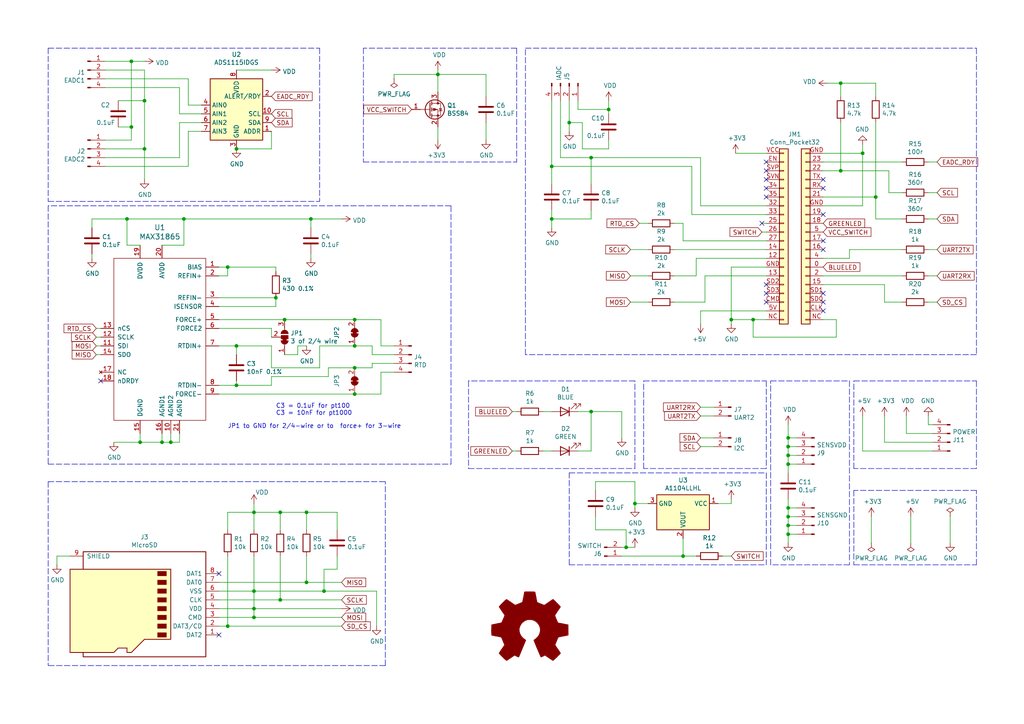
<source format=kicad_sch>
(kicad_sch (version 20211123) (generator eeschema)
  (paper "A4")
  (junction (at 73.66 148.59))
  (junction (at 254 57.15))
  (junction (at 40.64 128.27))
  (junction (at 181.61 158.75))
  (junction (at 243.84 24.13))
  (junction (at 81.28 173.99))
  (junction (at 41.91 43.18))
  (junction (at 228.6 129.54))
  (junction (at 68.58 111.76))
  (junction (at 38.1 17.78))
  (junction (at 176.53 31.75))
  (junction (at 228.6 149.86))
  (junction (at 73.66 171.45))
  (junction (at 41.91 29.21))
  (junction (at 212.09 92.71))
  (junction (at 102.87 114.3))
  (junction (at 66.04 77.47))
  (junction (at 243.84 49.53))
  (junction (at 46.99 128.27))
  (junction (at 49.53 128.27))
  (junction (at 165.1 35.56))
  (junction (at 228.6 147.32))
  (junction (at 82.55 92.71))
  (junction (at 93.98 171.45))
  (junction (at 228.6 127))
  (junction (at 171.45 119.38))
  (junction (at 102.87 106.68))
  (junction (at 68.58 100.33))
  (junction (at 88.9 168.91))
  (junction (at 102.87 92.71))
  (junction (at 127 21.59))
  (junction (at 228.6 154.94))
  (junction (at 81.28 148.59))
  (junction (at 102.87 100.33))
  (junction (at 160.02 63.5))
  (junction (at 160.02 48.26))
  (junction (at 250.19 44.45))
  (junction (at 68.58 43.18))
  (junction (at 228.6 134.62))
  (junction (at 73.66 176.53))
  (junction (at 218.44 92.71))
  (junction (at 228.6 152.4))
  (junction (at 38.1 36.83))
  (junction (at 73.66 179.07))
  (junction (at 36.83 63.5))
  (junction (at 53.34 63.5))
  (junction (at 90.17 63.5))
  (junction (at 80.01 86.36))
  (junction (at 184.15 146.05))
  (junction (at 171.45 45.72))
  (junction (at 228.6 132.08))
  (junction (at 66.04 181.61))
  (junction (at 198.12 161.29))
  (junction (at 88.9 148.59))
  (no_connect (at 222.25 82.55))
  (no_connect (at 220.98 64.77))
  (no_connect (at 238.76 87.63))
  (no_connect (at 222.25 57.15))
  (no_connect (at 238.76 69.85))
  (no_connect (at 238.76 52.07))
  (no_connect (at 222.25 52.07))
  (no_connect (at 238.76 62.23))
  (no_connect (at 222.25 49.53))
  (no_connect (at 238.76 72.39))
  (no_connect (at 222.25 85.09))
  (no_connect (at 238.76 90.17))
  (no_connect (at 63.5 166.37))
  (no_connect (at 222.25 87.63))
  (no_connect (at 222.25 46.99))
  (no_connect (at 63.5 184.15))
  (no_connect (at 238.76 85.09))
  (no_connect (at 29.21 110.49))
  (no_connect (at 222.25 54.61))
  (no_connect (at 238.76 54.61))
  (wire (pts (xy 73.66 179.07) (xy 99.06 179.07)))
  (wire (pts (xy 212.09 77.47) (xy 212.09 92.71)))
  (wire (pts (xy 54.61 38.1) (xy 58.42 38.1)))
  (wire (pts (xy 243.84 24.13) (xy 254 24.13)))
  (polyline (pts (xy 247.65 163.83) (xy 283.21 163.83)))
  (wire (pts (xy 41.91 29.21) (xy 41.91 43.18)))
  (wire (pts (xy 228.6 147.32) (xy 228.6 149.86)))
  (wire (pts (xy 46.99 71.12) (xy 53.34 71.12)))
  (wire (pts (xy 198.12 69.85) (xy 198.12 64.77)))
  (wire (pts (xy 203.2 59.69) (xy 222.25 59.69)))
  (wire (pts (xy 171.45 119.38) (xy 171.45 130.81)))
  (wire (pts (xy 86.36 100.33) (xy 88.9 100.33)))
  (wire (pts (xy 254 63.5) (xy 261.62 63.5)))
  (wire (pts (xy 165.1 38.1) (xy 165.1 35.56)))
  (polyline (pts (xy 135.89 110.49) (xy 135.89 135.89)))
  (wire (pts (xy 246.38 72.39) (xy 261.62 72.39)))
  (wire (pts (xy 54.61 22.86) (xy 54.61 30.48)))
  (wire (pts (xy 198.12 161.29) (xy 201.93 161.29)))
  (wire (pts (xy 195.58 87.63) (xy 204.47 87.63)))
  (wire (pts (xy 238.76 59.69) (xy 250.19 59.69)))
  (wire (pts (xy 52.07 25.4) (xy 52.07 33.02)))
  (wire (pts (xy 250.19 41.91) (xy 250.19 44.45)))
  (polyline (pts (xy 165.1 163.83) (xy 165.1 137.16)))
  (wire (pts (xy 243.84 35.56) (xy 243.84 49.53)))
  (wire (pts (xy 73.66 176.53) (xy 99.06 176.53)))
  (wire (pts (xy 46.99 128.27) (xy 49.53 128.27)))
  (wire (pts (xy 203.2 127) (xy 207.01 127)))
  (wire (pts (xy 228.6 129.54) (xy 231.14 129.54)))
  (wire (pts (xy 63.5 168.91) (xy 88.9 168.91)))
  (wire (pts (xy 41.91 17.78) (xy 38.1 17.78)))
  (polyline (pts (xy 247.65 142.24) (xy 247.65 163.83)))
  (wire (pts (xy 95.25 109.22) (xy 95.25 106.68)))
  (polyline (pts (xy 165.1 137.16) (xy 222.25 137.16)))
  (wire (pts (xy 102.87 100.33) (xy 107.95 100.33)))
  (wire (pts (xy 184.15 146.05) (xy 187.96 146.05)))
  (wire (pts (xy 26.67 66.04) (xy 26.67 63.5)))
  (wire (pts (xy 160.02 53.34) (xy 160.02 48.26)))
  (wire (pts (xy 114.3 22.86) (xy 114.3 21.59)))
  (wire (pts (xy 160.02 63.5) (xy 171.45 63.5)))
  (wire (pts (xy 254 35.56) (xy 254 57.15)))
  (wire (pts (xy 201.93 74.93) (xy 222.25 74.93)))
  (wire (pts (xy 49.53 128.27) (xy 52.07 128.27)))
  (wire (pts (xy 218.44 97.79) (xy 218.44 92.71)))
  (wire (pts (xy 167.64 119.38) (xy 171.45 119.38)))
  (polyline (pts (xy 283.21 163.83) (xy 283.21 142.24)))
  (wire (pts (xy 228.6 132.08) (xy 228.6 134.62)))
  (wire (pts (xy 262.89 120.65) (xy 262.89 125.73)))
  (wire (pts (xy 212.09 146.05) (xy 212.09 144.78)))
  (wire (pts (xy 107.95 106.68) (xy 107.95 105.41)))
  (wire (pts (xy 160.02 48.26) (xy 160.02 29.21)))
  (wire (pts (xy 102.87 106.68) (xy 107.95 106.68)))
  (wire (pts (xy 16.51 161.29) (xy 16.51 163.83)))
  (polyline (pts (xy 13.97 134.62) (xy 130.81 134.62)))
  (wire (pts (xy 63.5 171.45) (xy 73.66 171.45)))
  (wire (pts (xy 82.55 92.71) (xy 102.87 92.71)))
  (wire (pts (xy 171.45 53.34) (xy 171.45 45.72)))
  (wire (pts (xy 203.2 93.98) (xy 203.2 90.17)))
  (polyline (pts (xy 13.97 58.42) (xy 92.71 58.42)))
  (wire (pts (xy 66.04 148.59) (xy 66.04 153.67)))
  (wire (pts (xy 242.57 92.71) (xy 242.57 97.79)))
  (wire (pts (xy 66.04 181.61) (xy 99.06 181.61)))
  (wire (pts (xy 88.9 168.91) (xy 99.06 168.91)))
  (wire (pts (xy 36.83 63.5) (xy 53.34 63.5)))
  (wire (pts (xy 46.99 125.73) (xy 46.99 128.27)))
  (wire (pts (xy 110.49 107.95) (xy 114.3 107.95)))
  (wire (pts (xy 127 20.32) (xy 127 21.59)))
  (wire (pts (xy 68.58 100.33) (xy 68.58 102.87)))
  (wire (pts (xy 275.59 149.86) (xy 275.59 157.48)))
  (wire (pts (xy 200.66 62.23) (xy 222.25 62.23)))
  (polyline (pts (xy 283.21 110.49) (xy 283.21 135.89)))
  (wire (pts (xy 41.91 43.18) (xy 41.91 52.07)))
  (wire (pts (xy 168.91 43.18) (xy 176.53 43.18)))
  (wire (pts (xy 95.25 106.68) (xy 102.87 106.68)))
  (polyline (pts (xy 222.25 135.89) (xy 186.69 135.89)))
  (polyline (pts (xy 13.97 139.7) (xy 111.76 139.7)))
  (wire (pts (xy 187.96 80.01) (xy 182.88 80.01)))
  (wire (pts (xy 262.89 125.73) (xy 270.51 125.73)))
  (wire (pts (xy 127 21.59) (xy 127 26.67)))
  (wire (pts (xy 157.48 130.81) (xy 160.02 130.81)))
  (wire (pts (xy 203.2 90.17) (xy 222.25 90.17)))
  (wire (pts (xy 29.21 100.33) (xy 27.94 100.33)))
  (wire (pts (xy 243.84 24.13) (xy 243.84 27.94)))
  (wire (pts (xy 222.25 92.71) (xy 218.44 92.71)))
  (wire (pts (xy 66.04 80.01) (xy 63.5 80.01)))
  (wire (pts (xy 238.76 57.15) (xy 254 57.15)))
  (wire (pts (xy 165.1 35.56) (xy 168.91 35.56)))
  (wire (pts (xy 66.04 77.47) (xy 66.04 80.01)))
  (wire (pts (xy 212.09 92.71) (xy 212.09 93.98)))
  (wire (pts (xy 110.49 100.33) (xy 114.3 100.33)))
  (wire (pts (xy 257.81 49.53) (xy 257.81 55.88)))
  (wire (pts (xy 73.66 148.59) (xy 73.66 153.67)))
  (wire (pts (xy 110.49 92.71) (xy 110.49 100.33)))
  (wire (pts (xy 36.83 63.5) (xy 36.83 71.12)))
  (wire (pts (xy 33.02 128.27) (xy 40.64 128.27)))
  (polyline (pts (xy 186.69 135.89) (xy 186.69 110.49)))
  (wire (pts (xy 208.28 146.05) (xy 212.09 146.05)))
  (polyline (pts (xy 92.71 13.97) (xy 92.71 58.42)))
  (wire (pts (xy 228.6 123.19) (xy 228.6 127)))
  (polyline (pts (xy 135.89 135.89) (xy 184.15 135.89)))
  (wire (pts (xy 97.79 148.59) (xy 97.79 153.67)))
  (wire (pts (xy 66.04 148.59) (xy 73.66 148.59)))
  (wire (pts (xy 30.48 48.26) (xy 54.61 48.26)))
  (polyline (pts (xy 111.76 193.04) (xy 111.76 139.7)))
  (wire (pts (xy 176.53 43.18) (xy 176.53 40.64)))
  (wire (pts (xy 78.74 95.25) (xy 78.74 97.79)))
  (polyline (pts (xy 105.41 13.97) (xy 105.41 46.99)))
  (polyline (pts (xy 152.4 13.97) (xy 283.21 13.97)))
  (wire (pts (xy 63.5 111.76) (xy 68.58 111.76)))
  (wire (pts (xy 88.9 148.59) (xy 97.79 148.59)))
  (wire (pts (xy 269.24 46.99) (xy 271.78 46.99)))
  (wire (pts (xy 212.09 77.47) (xy 222.25 77.47)))
  (wire (pts (xy 73.66 146.05) (xy 73.66 148.59)))
  (polyline (pts (xy 149.86 13.97) (xy 149.86 46.99)))
  (wire (pts (xy 198.12 156.21) (xy 198.12 161.29)))
  (wire (pts (xy 181.61 153.67) (xy 181.61 158.75)))
  (wire (pts (xy 228.6 134.62) (xy 231.14 134.62)))
  (wire (pts (xy 212.09 161.29) (xy 209.55 161.29)))
  (wire (pts (xy 30.48 43.18) (xy 41.91 43.18)))
  (wire (pts (xy 26.67 74.93) (xy 26.67 73.66)))
  (wire (pts (xy 81.28 173.99) (xy 99.06 173.99)))
  (wire (pts (xy 271.78 87.63) (xy 269.24 87.63)))
  (wire (pts (xy 109.22 181.61) (xy 109.22 171.45)))
  (wire (pts (xy 140.97 35.56) (xy 140.97 40.64)))
  (wire (pts (xy 63.5 95.25) (xy 78.74 95.25)))
  (wire (pts (xy 256.54 128.27) (xy 270.51 128.27)))
  (wire (pts (xy 228.6 152.4) (xy 228.6 154.94)))
  (wire (pts (xy 93.98 165.1) (xy 93.98 171.45)))
  (wire (pts (xy 180.34 161.29) (xy 198.12 161.29)))
  (wire (pts (xy 176.53 31.75) (xy 176.53 29.21)))
  (wire (pts (xy 204.47 87.63) (xy 204.47 80.01)))
  (wire (pts (xy 38.1 40.64) (xy 30.48 40.64)))
  (wire (pts (xy 73.66 171.45) (xy 73.66 176.53)))
  (wire (pts (xy 182.88 87.63) (xy 187.96 87.63)))
  (polyline (pts (xy 184.15 135.89) (xy 184.15 110.49)))
  (wire (pts (xy 228.6 137.16) (xy 228.6 134.62)))
  (wire (pts (xy 228.6 132.08) (xy 231.14 132.08)))
  (wire (pts (xy 250.19 120.65) (xy 250.19 130.81)))
  (wire (pts (xy 207.01 120.65) (xy 203.2 120.65)))
  (wire (pts (xy 238.76 46.99) (xy 261.62 46.99)))
  (wire (pts (xy 78.74 43.18) (xy 68.58 43.18)))
  (wire (pts (xy 254 24.13) (xy 254 27.94)))
  (wire (pts (xy 243.84 24.13) (xy 240.03 24.13)))
  (wire (pts (xy 198.12 64.77) (xy 195.58 64.77)))
  (wire (pts (xy 73.66 171.45) (xy 93.98 171.45)))
  (wire (pts (xy 140.97 21.59) (xy 140.97 27.94)))
  (wire (pts (xy 52.07 35.56) (xy 58.42 35.56)))
  (wire (pts (xy 97.79 165.1) (xy 93.98 165.1)))
  (wire (pts (xy 256.54 120.65) (xy 256.54 128.27)))
  (wire (pts (xy 114.3 21.59) (xy 127 21.59)))
  (wire (pts (xy 238.76 44.45) (xy 250.19 44.45)))
  (wire (pts (xy 269.24 63.5) (xy 271.78 63.5)))
  (polyline (pts (xy 13.97 13.97) (xy 92.71 13.97)))
  (wire (pts (xy 231.14 149.86) (xy 228.6 149.86)))
  (wire (pts (xy 20.32 161.29) (xy 16.51 161.29)))
  (polyline (pts (xy 247.65 110.49) (xy 283.21 110.49)))
  (wire (pts (xy 63.5 86.36) (xy 80.01 86.36)))
  (wire (pts (xy 256.54 87.63) (xy 256.54 82.55)))
  (wire (pts (xy 201.93 80.01) (xy 201.93 74.93)))
  (wire (pts (xy 92.71 106.68) (xy 92.71 100.33)))
  (wire (pts (xy 78.74 100.33) (xy 78.74 106.68)))
  (wire (pts (xy 63.5 114.3) (xy 102.87 114.3)))
  (wire (pts (xy 99.06 63.5) (xy 90.17 63.5)))
  (wire (pts (xy 68.58 20.32) (xy 78.74 20.32)))
  (wire (pts (xy 184.15 158.75) (xy 181.61 158.75)))
  (wire (pts (xy 63.5 92.71) (xy 82.55 92.71)))
  (polyline (pts (xy 149.86 13.97) (xy 105.41 13.97)))
  (wire (pts (xy 86.36 102.87) (xy 86.36 100.33)))
  (wire (pts (xy 167.64 29.21) (xy 167.64 31.75)))
  (wire (pts (xy 257.81 55.88) (xy 261.62 55.88)))
  (wire (pts (xy 102.87 114.3) (xy 110.49 114.3)))
  (wire (pts (xy 80.01 88.9) (xy 63.5 88.9)))
  (wire (pts (xy 228.6 147.32) (xy 228.6 144.78)))
  (wire (pts (xy 81.28 161.29) (xy 81.28 173.99)))
  (wire (pts (xy 238.76 74.93) (xy 246.38 74.93)))
  (polyline (pts (xy 222.25 110.49) (xy 222.25 135.89)))
  (wire (pts (xy 68.58 100.33) (xy 78.74 100.33)))
  (wire (pts (xy 238.76 49.53) (xy 243.84 49.53)))
  (wire (pts (xy 40.64 125.73) (xy 40.64 128.27)))
  (wire (pts (xy 107.95 102.87) (xy 114.3 102.87)))
  (wire (pts (xy 81.28 148.59) (xy 88.9 148.59)))
  (wire (pts (xy 261.62 87.63) (xy 256.54 87.63)))
  (wire (pts (xy 78.74 109.22) (xy 95.25 109.22)))
  (wire (pts (xy 264.16 149.86) (xy 264.16 157.48)))
  (wire (pts (xy 30.48 22.86) (xy 54.61 22.86)))
  (wire (pts (xy 213.36 44.45) (xy 222.25 44.45)))
  (wire (pts (xy 34.29 36.83) (xy 38.1 36.83)))
  (wire (pts (xy 53.34 71.12) (xy 53.34 63.5)))
  (wire (pts (xy 269.24 120.65) (xy 269.24 123.19)))
  (wire (pts (xy 88.9 161.29) (xy 88.9 168.91)))
  (wire (pts (xy 162.56 45.72) (xy 162.56 29.21)))
  (wire (pts (xy 149.86 130.81) (xy 148.59 130.81)))
  (polyline (pts (xy 130.81 134.62) (xy 130.81 59.69)))
  (wire (pts (xy 212.09 92.71) (xy 218.44 92.71)))
  (wire (pts (xy 30.48 45.72) (xy 52.07 45.72)))
  (polyline (pts (xy 130.81 59.69) (xy 13.97 59.69)))
  (wire (pts (xy 172.72 149.86) (xy 172.72 153.67)))
  (polyline (pts (xy 223.52 110.49) (xy 246.38 110.49)))
  (wire (pts (xy 246.38 74.93) (xy 246.38 72.39)))
  (wire (pts (xy 90.17 74.93) (xy 90.17 73.66)))
  (wire (pts (xy 168.91 35.56) (xy 168.91 43.18)))
  (polyline (pts (xy 283.21 102.87) (xy 152.4 102.87)))
  (wire (pts (xy 228.6 154.94) (xy 231.14 154.94)))
  (wire (pts (xy 73.66 176.53) (xy 73.66 179.07)))
  (polyline (pts (xy 283.21 13.97) (xy 283.21 102.87)))
  (wire (pts (xy 63.5 181.61) (xy 66.04 181.61)))
  (wire (pts (xy 254 57.15) (xy 254 63.5)))
  (wire (pts (xy 63.5 176.53) (xy 73.66 176.53)))
  (wire (pts (xy 78.74 38.1) (xy 78.74 43.18)))
  (wire (pts (xy 238.76 92.71) (xy 242.57 92.71)))
  (polyline (pts (xy 105.41 46.99) (xy 149.86 46.99)))
  (wire (pts (xy 228.6 147.32) (xy 231.14 147.32)))
  (wire (pts (xy 27.94 95.25) (xy 29.21 95.25)))
  (wire (pts (xy 68.58 111.76) (xy 78.74 111.76)))
  (wire (pts (xy 157.48 119.38) (xy 160.02 119.38)))
  (wire (pts (xy 81.28 153.67) (xy 81.28 148.59)))
  (wire (pts (xy 107.95 105.41) (xy 114.3 105.41)))
  (polyline (pts (xy 223.52 163.83) (xy 223.52 110.49)))
  (wire (pts (xy 231.14 152.4) (xy 228.6 152.4)))
  (wire (pts (xy 228.6 154.94) (xy 228.6 157.48)))
  (wire (pts (xy 165.1 35.56) (xy 165.1 29.21)))
  (wire (pts (xy 73.66 161.29) (xy 73.66 171.45)))
  (wire (pts (xy 127 21.59) (xy 140.97 21.59)))
  (polyline (pts (xy 247.65 135.89) (xy 247.65 110.49)))
  (wire (pts (xy 107.95 100.33) (xy 107.95 102.87)))
  (wire (pts (xy 38.1 17.78) (xy 38.1 36.83)))
  (polyline (pts (xy 152.4 102.87) (xy 152.4 13.97)))
  (polyline (pts (xy 13.97 59.69) (xy 13.97 134.62)))
  (wire (pts (xy 54.61 30.48) (xy 58.42 30.48)))
  (polyline (pts (xy 283.21 142.24) (xy 247.65 142.24)))
  (wire (pts (xy 204.47 80.01) (xy 222.25 80.01)))
  (wire (pts (xy 66.04 161.29) (xy 66.04 181.61)))
  (polyline (pts (xy 13.97 13.97) (xy 13.97 58.42)))
  (wire (pts (xy 36.83 71.12) (xy 40.64 71.12)))
  (wire (pts (xy 185.42 64.77) (xy 187.96 64.77)))
  (polyline (pts (xy 165.1 163.83) (xy 222.25 163.83)))
  (wire (pts (xy 171.45 60.96) (xy 171.45 63.5)))
  (wire (pts (xy 228.6 127) (xy 228.6 129.54)))
  (wire (pts (xy 238.76 80.01) (xy 261.62 80.01)))
  (polyline (pts (xy 246.38 110.49) (xy 246.38 163.83)))
  (polyline (pts (xy 111.76 193.04) (xy 13.97 193.04)))
  (polyline (pts (xy 186.69 110.49) (xy 222.25 110.49)))
  (wire (pts (xy 78.74 106.68) (xy 92.71 106.68)))
  (wire (pts (xy 30.48 20.32) (xy 41.91 20.32)))
  (wire (pts (xy 27.94 97.79) (xy 29.21 97.79)))
  (wire (pts (xy 63.5 179.07) (xy 73.66 179.07)))
  (wire (pts (xy 80.01 77.47) (xy 80.01 78.74)))
  (wire (pts (xy 97.79 161.29) (xy 97.79 165.1)))
  (wire (pts (xy 34.29 29.21) (xy 41.91 29.21)))
  (wire (pts (xy 269.24 72.39) (xy 271.78 72.39)))
  (wire (pts (xy 41.91 20.32) (xy 41.91 29.21)))
  (wire (pts (xy 243.84 49.53) (xy 257.81 49.53)))
  (wire (pts (xy 49.53 125.73) (xy 49.53 128.27)))
  (wire (pts (xy 102.87 92.71) (xy 110.49 92.71)))
  (wire (pts (xy 93.98 171.45) (xy 109.22 171.45)))
  (wire (pts (xy 180.34 119.38) (xy 180.34 127)))
  (wire (pts (xy 252.73 149.86) (xy 252.73 157.48)))
  (wire (pts (xy 171.45 45.72) (xy 203.2 45.72)))
  (wire (pts (xy 63.5 100.33) (xy 68.58 100.33)))
  (wire (pts (xy 207.01 129.54) (xy 203.2 129.54)))
  (wire (pts (xy 80.01 86.36) (xy 80.01 88.9)))
  (wire (pts (xy 172.72 153.67) (xy 181.61 153.67)))
  (wire (pts (xy 160.02 63.5) (xy 160.02 66.04)))
  (polyline (pts (xy 13.97 139.7) (xy 13.97 193.04)))
  (wire (pts (xy 52.07 128.27) (xy 52.07 125.73)))
  (wire (pts (xy 184.15 139.7) (xy 172.72 139.7)))
  (wire (pts (xy 198.12 69.85) (xy 222.25 69.85)))
  (wire (pts (xy 220.98 64.77) (xy 222.25 64.77)))
  (wire (pts (xy 228.6 149.86) (xy 228.6 152.4)))
  (wire (pts (xy 184.15 146.05) (xy 184.15 139.7)))
  (wire (pts (xy 110.49 114.3) (xy 110.49 107.95)))
  (wire (pts (xy 250.19 59.69) (xy 250.19 44.45)))
  (wire (pts (xy 68.58 111.76) (xy 68.58 110.49)))
  (wire (pts (xy 269.24 123.19) (xy 270.51 123.19)))
  (wire (pts (xy 63.5 77.47) (xy 66.04 77.47)))
  (wire (pts (xy 203.2 45.72) (xy 203.2 59.69)))
  (wire (pts (xy 52.07 45.72) (xy 52.07 35.56)))
  (wire (pts (xy 242.57 97.79) (xy 218.44 97.79)))
  (wire (pts (xy 181.61 158.75) (xy 180.34 158.75)))
  (wire (pts (xy 182.88 72.39) (xy 187.96 72.39)))
  (wire (pts (xy 160.02 48.26) (xy 200.66 48.26)))
  (wire (pts (xy 160.02 60.96) (xy 160.02 63.5)))
  (wire (pts (xy 162.56 45.72) (xy 171.45 45.72)))
  (wire (pts (xy 195.58 72.39) (xy 222.25 72.39)))
  (wire (pts (xy 92.71 100.33) (xy 102.87 100.33)))
  (wire (pts (xy 149.86 119.38) (xy 148.59 119.38)))
  (wire (pts (xy 40.64 128.27) (xy 46.99 128.27)))
  (wire (pts (xy 269.24 55.88) (xy 271.78 55.88)))
  (wire (pts (xy 195.58 80.01) (xy 201.93 80.01)))
  (polyline (pts (xy 283.21 135.89) (xy 247.65 135.89)))
  (wire (pts (xy 27.94 102.87) (xy 29.21 102.87)))
  (polyline (pts (xy 184.15 110.49) (xy 135.89 110.49)))
  (wire (pts (xy 38.1 17.78) (xy 30.48 17.78)))
  (wire (pts (xy 228.6 127) (xy 231.14 127)))
  (wire (pts (xy 26.67 63.5) (xy 36.83 63.5)))
  (wire (pts (xy 220.98 67.31) (xy 222.25 67.31)))
  (wire (pts (xy 90.17 66.04) (xy 90.17 63.5)))
  (wire (pts (xy 172.72 139.7) (xy 172.72 142.24)))
  (polyline (pts (xy 246.38 163.83) (xy 223.52 163.83)))
  (wire (pts (xy 176.53 33.02) (xy 176.53 31.75)))
  (wire (pts (xy 52.07 33.02) (xy 58.42 33.02)))
  (wire (pts (xy 256.54 82.55) (xy 238.76 82.55)))
  (wire (pts (xy 127 36.83) (xy 127 40.64)))
  (wire (pts (xy 200.66 62.23) (xy 200.66 48.26)))
  (polyline (pts (xy 222.25 137.16) (xy 222.25 163.83)))
  (wire (pts (xy 228.6 129.54) (xy 228.6 132.08)))
  (wire (pts (xy 171.45 119.38) (xy 180.34 119.38)))
  (wire (pts (xy 167.64 130.81) (xy 171.45 130.81)))
  (wire (pts (xy 203.2 118.11) (xy 207.01 118.11)))
  (wire (pts (xy 66.04 77.47) (xy 80.01 77.47)))
  (wire (pts (xy 90.17 63.5) (xy 53.34 63.5)))
  (wire (pts (xy 73.66 148.59) (xy 81.28 148.59)))
  (wire (pts (xy 271.78 80.01) (xy 269.24 80.01)))
  (wire (pts (xy 88.9 148.59) (xy 88.9 153.67)))
  (wire (pts (xy 82.55 102.87) (xy 86.36 102.87)))
  (wire (pts (xy 78.74 111.76) (xy 78.74 109.22)))
  (wire (pts (xy 30.48 25.4) (xy 52.07 25.4)))
  (wire (pts (xy 63.5 173.99) (xy 81.28 173.99)))
  (wire (pts (xy 250.19 130.81) (xy 270.51 130.81)))
  (wire (pts (xy 184.15 146.05) (xy 184.15 147.32)))
  (wire (pts (xy 54.61 48.26) (xy 54.61 38.1)))
  (wire (pts (xy 167.64 31.75) (xy 176.53 31.75)))
  (wire (pts (xy 38.1 36.83) (xy 38.1 40.64)))
  (text "JP1 to GND for 2/4-wire or to  force+ for 3-wire" (at 66.04 124.46 0) (effects (font (size 1.27 1.27)) (justify left bottom)))
  (text "C3 = 0.1uF for pt100\nC3 = 10nF for pt1000" (at 80.01 120.65 0) (effects (font (size 1.27 1.27)) (justify left bottom)))
  (global_label "MOSI" (shape input) (at 182.88 87.63 180) (property "Обозначения листов" "${INTERSHEET_REFS}" (effects hide)))
  (global_label "GREENLED" (shape input) (at 238.76 64.77 0) (property "Обозначения листов" "${INTERSHEET_REFS}" (effects hide)))
  (global_label "SCLK" (shape input) (at 182.88 72.39 180) (property "Обозначения листов" "${INTERSHEET_REFS}" (effects hide)))
  (global_label "SCLK" (shape input) (at 27.94 97.79 180) (property "Обозначения листов" "${INTERSHEET_REFS}" (effects hide)))
  (global_label "MISO" (shape input) (at 27.94 102.87 180) (property "Обозначения листов" "${INTERSHEET_REFS}" (effects hide)))
  (global_label "SD_CS" (shape input) (at 271.78 87.63 0) (property "Обозначения листов" "${INTERSHEET_REFS}" (effects hide)))
  (global_label "MISO" (shape input) (at 99.06 168.91 0) (property "Обозначения листов" "${INTERSHEET_REFS}" (effects hide)))
  (global_label "VCC_SWITCH" (shape input) (at 119.38 31.75 180) (property "Обозначения листов" "${INTERSHEET_REFS}" (effects hide)))
  (global_label "SWITCH" (shape input) (at 220.98 67.31 180) (property "Обозначения листов" "${INTERSHEET_REFS}" (effects hide)))
  (global_label "UART2RX" (shape input) (at 271.78 80.01 0) (property "Обозначения листов" "${INTERSHEET_REFS}" (effects hide)))
  (global_label "SCLK" (shape input) (at 99.06 173.99 0) (property "Обозначения листов" "${INTERSHEET_REFS}" (effects hide)))
  (global_label "EADC_RDY" (shape input) (at 271.78 46.99 0) (property "Обозначения листов" "${INTERSHEET_REFS}" (effects hide)))
  (global_label "GREENLED" (shape input) (at 148.59 130.81 180) (property "Обозначения листов" "${INTERSHEET_REFS}" (effects hide)))
  (global_label "SDA" (shape input) (at 271.78 63.5 0) (property "Обозначения листов" "${INTERSHEET_REFS}" (effects hide)))
  (global_label "MISO" (shape input) (at 182.88 80.01 180) (property "Обозначения листов" "${INTERSHEET_REFS}" (effects hide)))
  (global_label "RTD_CS" (shape input) (at 185.42 64.77 180) (property "Обозначения листов" "${INTERSHEET_REFS}" (effects hide)))
  (global_label "UART2TX" (shape input) (at 271.78 72.39 0) (property "Обозначения листов" "${INTERSHEET_REFS}" (effects hide)))
  (global_label "SD_CS" (shape input) (at 99.06 181.61 0) (property "Обозначения листов" "${INTERSHEET_REFS}" (effects hide)))
  (global_label "SDA" (shape input) (at 78.74 35.56 0) (property "Обозначения листов" "${INTERSHEET_REFS}" (effects hide)))
  (global_label "SCL" (shape input) (at 78.74 33.02 0) (property "Обозначения листов" "${INTERSHEET_REFS}" (effects hide)))
  (global_label "VCC_SWITCH" (shape input) (at 238.76 67.31 0) (property "Обозначения листов" "${INTERSHEET_REFS}" (effects hide)))
  (global_label "EADC_RDY" (shape input) (at 78.74 27.94 0) (property "Обозначения листов" "${INTERSHEET_REFS}" (effects hide)))
  (global_label "MOSI" (shape input) (at 99.06 179.07 0) (property "Обозначения листов" "${INTERSHEET_REFS}" (effects hide)))
  (global_label "SWITCH" (shape input) (at 212.09 161.29 0) (property "Обозначения листов" "${INTERSHEET_REFS}" (effects hide)))
  (global_label "BLUELED" (shape input) (at 148.59 119.38 180) (property "Обозначения листов" "${INTERSHEET_REFS}" (effects hide)))
  (global_label "SCL" (shape input) (at 271.78 55.88 0) (property "Обозначения листов" "${INTERSHEET_REFS}" (effects hide)))
  (global_label "BLUELED" (shape input) (at 238.76 77.47 0) (property "Обозначения листов" "${INTERSHEET_REFS}" (effects hide)))
  (global_label "UART2TX" (shape input) (at 203.2 120.65 180) (property "Обозначения листов" "${INTERSHEET_REFS}" (effects hide)))
  (global_label "UART2RX" (shape input) (at 203.2 118.11 180) (property "Обозначения листов" "${INTERSHEET_REFS}" (effects hide)))
  (global_label "MOSI" (shape input) (at 27.94 100.33 180) (property "Обозначения листов" "${INTERSHEET_REFS}" (effects hide)))
  (global_label "SDA" (shape input) (at 203.2 127 180) (property "Обозначения листов" "${INTERSHEET_REFS}" (effects hide)))
  (global_label "RTD_CS" (shape input) (at 27.94 95.25 180) (property "Обозначения листов" "${INTERSHEET_REFS}" (effects hide)))
  (global_label "SCL" (shape input) (at 203.2 129.54 180) (property "Обозначения листов" "${INTERSHEET_REFS}" (effects hide)))
  (symbol (lib_id "sagitta-shield-rescue:Conn_Pocket32-Connector_Generic") (at 227.33 67.31 0) (unit 1)
    (property "Reference" "JM1" (at 230.505 38.9382 0))
    (property "Value" "Conn_Pocket32" (at 230.505 41.2496 0))
    (property "Footprint" "Sagitta:Pocket32" (effects hide))
  )
  (symbol (lib_id "Analog_ADC:ADS1115IDGS") (at 68.58 33.02 0) (unit 1)
    (property "Reference" "U2" (at 68.58 15.7988 0))
    (property "Value" "ADS1115IDGS" (at 68.58 18.1102 0))
    (property "Footprint" "Package_SO:TSSOP-10_3x3mm_P0.5mm" (effects hide))
    (property "Datasheet" "http://www.ti.com/lit/ds/symlink/ads1113.pdf" (effects hide))
  )
  (symbol (lib_id "power:GND") (at 68.58 43.18 0) (unit 1)
    (property "Reference" "#PWR06" (effects hide))
    (property "Value" "GND" (at 68.707 47.5742 0))
  )
  (symbol (lib_id "sagitta-shield-rescue:MAX31865-tinkerforge") (at 45.72 99.06 0) (unit 1)
    (property "Reference" "U1" (at 46.355 65.9638 0) (effects (font (size 1.524 1.524))))
    (property "Value" "MAX31865" (at 46.355 68.6562 0) (effects (font (size 1.524 1.524))))
    (property "Footprint" "Package_DFN_QFN:QFN-20-1EP_5x5mm_P0.65mm_EP3.35x3.35mm_ThermalVias" (effects hide))
  )
  (symbol (lib_id "power:GND") (at 250.19 41.91 180) (unit 1)
    (property "Reference" "#PWR030" (effects hide))
    (property "Value" "GND" (at 250.063 37.5158 0))
  )
  (symbol (lib_id "sagitta-shield-rescue:+3.3V-power") (at 213.36 44.45 0) (unit 1)
    (property "Reference" "#PWR026" (effects hide))
    (property "Value" "+3.3V" (at 213.741 40.0558 0))
  )
  (symbol (lib_id "Device:R") (at 243.84 31.75 0) (unit 1)
    (property "Reference" "R13" (at 245.618 30.5816 0) (effects (justify left)))
    (property "Value" "4.7k" (at 245.618 32.893 0) (effects (justify left)))
    (property "Footprint" "Resistor_SMD:R_0402_1005Metric_Pad0.72x0.64mm_HandSolder" (effects hide))
  )
  (symbol (lib_id "Device:R") (at 254 31.75 0) (unit 1)
    (property "Reference" "R14" (at 255.778 30.5816 0) (effects (justify left)))
    (property "Value" "4.7k" (at 255.778 32.893 0) (effects (justify left)))
    (property "Footprint" "Resistor_SMD:R_0402_1005Metric_Pad0.72x0.64mm_HandSolder" (effects hide))
  )
  (symbol (lib_id "power:GND") (at 33.02 128.27 0) (unit 1)
    (property "Reference" "#PWR03" (effects hide))
    (property "Value" "GND" (at 33.147 132.6642 0))
  )
  (symbol (lib_id "Device:C") (at 26.67 69.85 180) (unit 1)
    (property "Reference" "C1" (at 29.591 68.6816 0) (effects (justify right)))
    (property "Value" "0.1uF" (at 29.591 70.993 0) (effects (justify right)))
    (property "Footprint" "Capacitor_SMD:C_0402_1005Metric_Pad0.74x0.62mm_HandSolder" (effects hide))
  )
  (symbol (lib_id "Device:C") (at 90.17 69.85 180) (unit 1)
    (property "Reference" "C4" (at 93.091 68.6816 0) (effects (justify right)))
    (property "Value" "0.1uF" (at 93.091 70.993 0) (effects (justify right)))
    (property "Footprint" "Capacitor_SMD:C_0402_1005Metric_Pad0.74x0.62mm_HandSolder" (effects hide))
  )
  (symbol (lib_id "power:GND") (at 26.67 74.93 0) (unit 1)
    (property "Reference" "#PWR02" (effects hide))
    (property "Value" "GND" (at 26.797 79.3242 0))
  )
  (symbol (lib_id "power:GND") (at 90.17 74.93 0) (unit 1)
    (property "Reference" "#PWR010" (effects hide))
    (property "Value" "GND" (at 90.297 79.3242 0))
  )
  (symbol (lib_id "Device:R") (at 80.01 82.55 0) (unit 1)
    (property "Reference" "R3" (at 81.788 81.3816 0) (effects (justify left)))
    (property "Value" "430 0.1%" (at 81.788 83.693 0) (effects (justify left)))
    (property "Footprint" "Resistor_SMD:R_0603_1608Metric_Pad0.98x0.95mm_HandSolder" (effects hide))
  )
  (symbol (lib_id "Device:C") (at 68.58 106.68 0) (unit 1)
    (property "Reference" "C3" (at 71.501 105.5116 0) (effects (justify left)))
    (property "Value" "10nF 0.1%" (at 71.501 107.823 0) (effects (justify left)))
    (property "Footprint" "Capacitor_SMD:C_0603_1608Metric_Pad1.08x0.95mm_HandSolder" (effects hide))
  )
  (symbol (lib_id "sagitta-shield-rescue:SolderJumper_3_Bridged12-Jumper") (at 82.55 97.79 270) (mirror x) (unit 1)
    (property "Reference" "JP1" (at 84.2518 96.6216 90) (effects (justify left)))
    (property "Value" "3 of 2/4 wire" (at 84.2518 98.933 90) (effects (justify left)))
    (property "Footprint" "Jumper:SolderJumper-3_P1.3mm_Bridged12_RoundedPad1.0x1.5mm_NumberLabels" (effects hide))
  )
  (symbol (lib_id "power:GND") (at 88.9 100.33 0) (unit 1)
    (property "Reference" "#PWR09" (effects hide))
    (property "Value" "GND" (at 89.027 104.7242 0))
  )
  (symbol (lib_id "Jumper:SolderJumper_2_Bridged") (at 102.87 96.52 90) (unit 1)
    (property "Reference" "JP2" (at 97.663 96.52 0))
    (property "Value" " " (at 99.9744 96.52 0))
    (property "Footprint" "Jumper:SolderJumper-2_P1.3mm_Bridged_RoundedPad1.0x1.5mm" (effects hide))
  )
  (symbol (lib_id "Jumper:SolderJumper_2_Bridged") (at 102.87 110.49 90) (unit 1)
    (property "Reference" "JP3" (at 97.663 110.49 0))
    (property "Value" " " (at 99.9744 110.49 0))
    (property "Footprint" "Jumper:SolderJumper-2_P1.3mm_Bridged_RoundedPad1.0x1.5mm" (effects hide))
  )
  (symbol (lib_id "Connector:Conn_01x04_Male") (at 119.38 102.87 0) (mirror y) (unit 1)
    (property "Reference" "J4" (at 120.0658 103.5558 0) (effects (justify right)))
    (property "Value" "RTD" (at 120.0658 105.8672 0) (effects (justify right)))
    (property "Footprint" "Connector_PinHeader_2.54mm:PinHeader_1x04_P2.54mm_Vertical" (effects hide))
  )
  (symbol (lib_id "Connector:Conn_01x04_Male") (at 25.4 20.32 0) (unit 1)
    (property "Reference" "J1" (at 24.7142 21.0058 0) (effects (justify right)))
    (property "Value" "EADC1" (at 24.7142 23.3172 0) (effects (justify right)))
    (property "Footprint" "Connector_PinHeader_2.54mm:PinHeader_1x04_P2.54mm_Vertical" (effects hide))
  )
  (symbol (lib_id "Graphic:Logo_Open_Hardware_Large") (at 153.67 182.88 0) (unit 1)
    (property "Reference" "openhardwarelogo1" (effects hide))
    (property "Value" "Logo_Open_Hardware_Large" (effects hide))
    (property "Footprint" "Symbol:OSHW-Logo_5.7x6mm_SilkScreen" (effects hide))
  )
  (symbol (lib_id "Device:C") (at 171.45 57.15 180) (unit 1)
    (property "Reference" "C8" (at 174.371 55.9816 0) (effects (justify right)))
    (property "Value" "0.1uF" (at 174.371 58.293 0) (effects (justify right)))
    (property "Footprint" "Capacitor_SMD:C_0402_1005Metric_Pad0.74x0.62mm_HandSolder" (effects hide))
  )
  (symbol (lib_id "Device:C") (at 160.02 57.15 180) (unit 1)
    (property "Reference" "C7" (at 162.941 55.9816 0) (effects (justify right)))
    (property "Value" "0.1uF" (at 162.941 58.293 0) (effects (justify right)))
    (property "Footprint" "Capacitor_SMD:C_0402_1005Metric_Pad0.74x0.62mm_HandSolder" (effects hide))
  )
  (symbol (lib_id "Connector:Conn_01x02_Male") (at 212.09 118.11 0) (mirror y) (unit 1)
    (property "Reference" "J7" (at 212.8012 118.7958 0) (effects (justify right)))
    (property "Value" "UART2" (at 212.8012 121.1072 0) (effects (justify right)))
    (property "Footprint" "Connector_PinSocket_2.00mm:PinSocket_1x02_P2.00mm_Vertical" (effects hide))
  )
  (symbol (lib_id "power:GND") (at 212.09 93.98 0) (unit 1)
    (property "Reference" "#PWR024" (effects hide))
    (property "Value" "GND" (at 212.217 98.3742 0))
  )
  (symbol (lib_id "sagitta-shield-rescue:+3.3V-power") (at 256.54 120.65 0) (unit 1)
    (property "Reference" "#PWR033" (effects hide))
    (property "Value" "+3.3V" (at 256.921 116.2558 0))
  )
  (symbol (lib_id "power:GND") (at 269.24 120.65 180) (unit 1)
    (property "Reference" "#PWR036" (effects hide))
    (property "Value" "GND" (at 269.113 116.2558 0))
  )
  (symbol (lib_id "power:+5V") (at 250.19 120.65 0) (unit 1)
    (property "Reference" "#PWR031" (effects hide))
    (property "Value" "+5V" (at 250.571 116.2558 0))
  )
  (symbol (lib_id "power:+5V") (at 203.2 93.98 180) (unit 1)
    (property "Reference" "#PWR023" (effects hide))
    (property "Value" "+5V" (at 202.819 98.3742 0))
  )
  (symbol (lib_id "power:PWR_FLAG") (at 275.59 149.86 0) (unit 1)
    (property "Reference" "#FLG04" (effects hide))
    (property "Value" "PWR_FLAG" (at 275.59 145.4404 0))
  )
  (symbol (lib_id "power:GND") (at 275.59 157.48 0) (unit 1)
    (property "Reference" "#PWR037" (effects hide))
    (property "Value" "GND" (at 275.717 161.8742 0))
  )
  (symbol (lib_id "power:PWR_FLAG") (at 264.16 157.48 0) (mirror x) (unit 1)
    (property "Reference" "#FLG03" (effects hide))
    (property "Value" "PWR_FLAG" (at 264.16 161.8996 0))
  )
  (symbol (lib_id "power:PWR_FLAG") (at 252.73 157.48 0) (mirror x) (unit 1)
    (property "Reference" "#FLG02" (effects hide))
    (property "Value" "PWR_FLAG" (at 252.73 161.8996 0))
  )
  (symbol (lib_id "sagitta-shield-rescue:+3.3V-power") (at 252.73 149.86 0) (unit 1)
    (property "Reference" "#PWR032" (effects hide))
    (property "Value" "+3.3V" (at 253.111 145.4658 0))
  )
  (symbol (lib_id "power:+5V") (at 264.16 149.86 0) (unit 1)
    (property "Reference" "#PWR035" (effects hide))
    (property "Value" "+5V" (at 264.541 145.4658 0))
  )
  (symbol (lib_id "Connector:Conn_01x02_Male") (at 212.09 127 0) (mirror y) (unit 1)
    (property "Reference" "J8" (at 212.8012 127.6858 0) (effects (justify right)))
    (property "Value" "I2C" (at 212.8012 129.9972 0) (effects (justify right)))
    (property "Footprint" "Connector_PinSocket_2.00mm:PinSocket_1x02_P2.00mm_Vertical" (effects hide))
  )
  (symbol (lib_id "Device:R") (at 191.77 72.39 90) (unit 1)
    (property "Reference" "R9" (at 191.77 67.1322 90))
    (property "Value" "2k" (at 191.77 69.4436 90))
    (property "Footprint" "Resistor_SMD:R_0402_1005Metric_Pad0.72x0.64mm_HandSolder" (effects hide))
  )
  (symbol (lib_id "Device:R") (at 191.77 80.01 90) (unit 1)
    (property "Reference" "R10" (at 191.77 74.7522 90))
    (property "Value" "2k" (at 191.77 77.0636 90))
    (property "Footprint" "Resistor_SMD:R_0402_1005Metric_Pad0.72x0.64mm_HandSolder" (effects hide))
  )
  (symbol (lib_id "Device:R") (at 191.77 87.63 90) (unit 1)
    (property "Reference" "R11" (at 191.77 82.3722 90))
    (property "Value" "2k" (at 191.77 84.6836 90))
    (property "Footprint" "Resistor_SMD:R_0402_1005Metric_Pad0.72x0.64mm_HandSolder" (effects hide))
  )
  (symbol (lib_id "Device:R") (at 265.43 55.88 90) (unit 1)
    (property "Reference" "R16" (at 265.43 50.6222 90))
    (property "Value" "360r" (at 265.43 52.9336 90))
    (property "Footprint" "Resistor_SMD:R_0402_1005Metric_Pad0.72x0.64mm_HandSolder" (effects hide))
  )
  (symbol (lib_id "Device:R") (at 265.43 63.5 90) (unit 1)
    (property "Reference" "R17" (at 265.43 58.2422 90))
    (property "Value" "360r" (at 265.43 60.5536 90))
    (property "Footprint" "Resistor_SMD:R_0402_1005Metric_Pad0.72x0.64mm_HandSolder" (effects hide))
  )
  (symbol (lib_id "Device:R") (at 265.43 72.39 90) (unit 1)
    (property "Reference" "R18" (at 265.43 67.1322 90))
    (property "Value" "1k" (at 265.43 69.4436 90))
    (property "Footprint" "Resistor_SMD:R_0402_1005Metric_Pad0.72x0.64mm_HandSolder" (effects hide))
  )
  (symbol (lib_id "Device:R") (at 265.43 80.01 90) (unit 1)
    (property "Reference" "R19" (at 265.43 74.7522 90))
    (property "Value" "1k" (at 265.43 77.0636 90))
    (property "Footprint" "Resistor_SMD:R_0402_1005Metric_Pad0.72x0.64mm_HandSolder" (effects hide))
  )
  (symbol (lib_id "Device:R") (at 265.43 46.99 90) (unit 1)
    (property "Reference" "R15" (at 265.43 41.7322 90))
    (property "Value" "100r" (at 265.43 44.0436 90))
    (property "Footprint" "Resistor_SMD:R_0402_1005Metric_Pad0.72x0.64mm_HandSolder" (effects hide))
  )
  (symbol (lib_id "Transistor_FET:BSS84") (at 124.46 31.75 0) (unit 1)
    (property "Reference" "Q1" (at 129.667 30.5816 0) (effects (justify left)))
    (property "Value" "BSS84" (at 129.667 32.893 0) (effects (justify left)))
    (property "Footprint" "Package_TO_SOT_SMD:SOT-23" (effects hide))
    (property "Datasheet" "http://assets.nexperia.com/documents/data-sheet/BSS84.pdf" (effects hide))
  )
  (symbol (lib_id "sagitta-shield-rescue:+3.3V-power") (at 127 40.64 180) (unit 1)
    (property "Reference" "#PWR015" (effects hide))
    (property "Value" "+3.3V" (at 126.619 45.0342 0))
  )
  (symbol (lib_id "Connector:Micro_SD_Card") (at 40.64 176.53 180) (unit 1)
    (property "Reference" "J3" (at 41.91 155.7782 0))
    (property "Value" "MicroSD" (at 41.91 158.0896 0))
    (property "Footprint" "Connector_Card:microSD_HC_Hirose_DM3AT-SF-PEJM5" (effects hide))
    (property "Datasheet" "http://katalog.we-online.de/em/datasheet/693072010801.pdf" (effects hide))
  )
  (symbol (lib_id "power:GND") (at 16.51 163.83 0) (unit 1)
    (property "Reference" "#PWR01" (effects hide))
    (property "Value" "GND" (at 16.637 168.2242 0))
  )
  (symbol (lib_id "power:GND") (at 109.22 181.61 0) (unit 1)
    (property "Reference" "#PWR013" (effects hide))
    (property "Value" "GND" (at 109.347 186.0042 0))
  )
  (symbol (lib_id "Device:R") (at 66.04 157.48 0) (unit 1)
    (property "Reference" "R1" (at 67.818 156.3116 0) (effects (justify left)))
    (property "Value" "10k" (at 67.818 158.623 0) (effects (justify left)))
    (property "Footprint" "Resistor_SMD:R_0402_1005Metric_Pad0.72x0.64mm_HandSolder" (effects hide))
  )
  (symbol (lib_id "Device:R") (at 73.66 157.48 0) (unit 1)
    (property "Reference" "R2" (at 75.438 156.3116 0) (effects (justify left)))
    (property "Value" "10k" (at 75.438 158.623 0) (effects (justify left)))
    (property "Footprint" "Resistor_SMD:R_0402_1005Metric_Pad0.72x0.64mm_HandSolder" (effects hide))
  )
  (symbol (lib_id "Device:R") (at 81.28 157.48 0) (unit 1)
    (property "Reference" "R4" (at 83.058 156.3116 0) (effects (justify left)))
    (property "Value" "10k" (at 83.058 158.623 0) (effects (justify left)))
    (property "Footprint" "Resistor_SMD:R_0402_1005Metric_Pad0.72x0.64mm_HandSolder" (effects hide))
  )
  (symbol (lib_id "Device:R") (at 88.9 157.48 0) (unit 1)
    (property "Reference" "R5" (at 90.678 156.3116 0) (effects (justify left)))
    (property "Value" "10k" (at 90.678 158.623 0) (effects (justify left)))
    (property "Footprint" "Resistor_SMD:R_0402_1005Metric_Pad0.72x0.64mm_HandSolder" (effects hide))
  )
  (symbol (lib_id "power:VDD") (at 99.06 176.53 270) (unit 1)
    (property "Reference" "#PWR012" (effects hide))
    (property "Value" "VDD" (at 102.3112 176.9618 90) (effects (justify left)))
  )
  (symbol (lib_id "Device:LED") (at 163.83 119.38 180) (unit 1)
    (property "Reference" "D1" (at 164.0332 112.903 0))
    (property "Value" "BLUE" (at 164.0332 115.2144 0))
    (property "Footprint" "LED_SMD:LED_0603_1608Metric_Pad1.05x0.95mm_HandSolder" (effects hide))
  )
  (symbol (lib_id "Device:LED") (at 163.83 130.81 180) (unit 1)
    (property "Reference" "D2" (at 164.0332 124.333 0))
    (property "Value" "GREEN" (at 164.0332 126.6444 0))
    (property "Footprint" "LED_SMD:LED_0603_1608Metric_Pad1.05x0.95mm_HandSolder" (effects hide))
  )
  (symbol (lib_id "Device:R") (at 153.67 119.38 270) (unit 1)
    (property "Reference" "R6" (at 153.67 114.1222 90))
    (property "Value" "1k" (at 153.67 116.4336 90))
    (property "Footprint" "Resistor_SMD:R_0402_1005Metric_Pad0.72x0.64mm_HandSolder" (effects hide))
  )
  (symbol (lib_id "Device:R") (at 153.67 130.81 270) (unit 1)
    (property "Reference" "R7" (at 153.67 125.5522 90))
    (property "Value" "1k" (at 153.67 127.8636 90))
    (property "Footprint" "Resistor_SMD:R_0402_1005Metric_Pad0.72x0.64mm_HandSolder" (effects hide))
  )
  (symbol (lib_id "power:GND") (at 180.34 127 0) (unit 1)
    (property "Reference" "#PWR020" (effects hide))
    (property "Value" "GND" (at 180.467 131.3942 0))
  )
  (symbol (lib_id "Device:R") (at 205.74 161.29 90) (unit 1)
    (property "Reference" "R12" (at 205.74 156.0322 90))
    (property "Value" "1k" (at 205.74 158.3436 90))
    (property "Footprint" "Resistor_SMD:R_0402_1005Metric_Pad0.72x0.64mm_HandSolder" (effects hide))
  )
  (symbol (lib_id "sagitta-shield-rescue:+3.3V-power") (at 212.09 144.78 0) (unit 1)
    (property "Reference" "#PWR025" (effects hide))
    (property "Value" "+3.3V" (at 212.471 140.3858 0))
  )
  (symbol (lib_id "Device:C") (at 140.97 31.75 180) (unit 1)
    (property "Reference" "C6" (at 143.891 30.5816 0) (effects (justify right)))
    (property "Value" "0.1uF" (at 143.891 32.893 0) (effects (justify right)))
    (property "Footprint" "Capacitor_SMD:C_0402_1005Metric_Pad0.74x0.62mm_HandSolder" (effects hide))
  )
  (symbol (lib_id "power:GND") (at 140.97 40.64 0) (unit 1)
    (property "Reference" "#PWR016" (effects hide))
    (property "Value" "GND" (at 141.097 45.0342 0))
  )
  (symbol (lib_id "power:VDD") (at 127 20.32 0) (unit 1)
    (property "Reference" "#PWR014" (effects hide))
    (property "Value" "VDD" (at 127.4318 15.9258 0))
  )
  (symbol (lib_id "power:VDD") (at 73.66 146.05 0) (unit 1)
    (property "Reference" "#PWR07" (effects hide))
    (property "Value" "VDD" (at 74.0918 142.7988 0) (effects (justify left)))
  )
  (symbol (lib_id "power:VDD") (at 240.03 24.13 90) (unit 1)
    (property "Reference" "#PWR029" (effects hide))
    (property "Value" "VDD" (at 236.7788 23.6982 90) (effects (justify left)))
  )
  (symbol (lib_id "power:VDD") (at 99.06 63.5 270) (unit 1)
    (property "Reference" "#PWR011" (effects hide))
    (property "Value" "VDD" (at 102.3112 63.9318 90) (effects (justify left)))
  )
  (symbol (lib_id "power:VDD") (at 78.74 20.32 270) (unit 1)
    (property "Reference" "#PWR08" (effects hide))
    (property "Value" "VDD" (at 81.9912 20.7518 90) (effects (justify left)))
  )
  (symbol (lib_id "power:VDD") (at 262.89 120.65 0) (unit 1)
    (property "Reference" "#PWR034" (effects hide))
    (property "Value" "VDD" (at 263.3218 116.2558 0))
  )
  (symbol (lib_id "power:PWR_FLAG") (at 114.3 22.86 0) (mirror x) (unit 1)
    (property "Reference" "#FLG01" (effects hide))
    (property "Value" "PWR_FLAG" (at 114.3 27.2796 0))
  )
  (symbol (lib_id "power:GND") (at 160.02 66.04 0) (unit 1)
    (property "Reference" "#PWR017" (effects hide))
    (property "Value" "GND" (at 160.147 70.4342 0))
  )
  (symbol (lib_id "Connector:Conn_01x04_Male") (at 236.22 132.08 180) (unit 1)
    (property "Reference" "J9" (at 236.9058 131.3942 0) (effects (justify right)))
    (property "Value" "SENSVDD" (at 236.9058 129.0828 0) (effects (justify right)))
    (property "Footprint" "Connector_PinSocket_2.00mm:PinSocket_1x04_P2.00mm_Vertical" (effects hide))
  )
  (symbol (lib_id "Connector:Conn_01x04_Male") (at 236.22 152.4 180) (unit 1)
    (property "Reference" "J10" (at 236.9058 151.7142 0) (effects (justify right)))
    (property "Value" "SENSGND" (at 236.9058 149.4028 0) (effects (justify right)))
    (property "Footprint" "Connector_PinSocket_2.00mm:PinSocket_1x04_P2.00mm_Vertical" (effects hide))
  )
  (symbol (lib_id "power:VDD") (at 228.6 123.19 0) (unit 1)
    (property "Reference" "#PWR027" (effects hide))
    (property "Value" "VDD" (at 229.0572 118.7958 0))
  )
  (symbol (lib_id "power:GND") (at 228.6 157.48 0) (unit 1)
    (property "Reference" "#PWR028" (effects hide))
    (property "Value" "GND" (at 228.727 161.8742 0))
  )
  (symbol (lib_id "Device:R") (at 265.43 87.63 90) (unit 1)
    (property "Reference" "R20" (at 265.43 82.3722 90))
    (property "Value" "2k" (at 265.43 84.6836 90))
    (property "Footprint" "Resistor_SMD:R_0402_1005Metric_Pad0.72x0.64mm_HandSolder" (effects hide))
  )
  (symbol (lib_id "Device:R") (at 191.77 64.77 90) (unit 1)
    (property "Reference" "R8" (at 191.77 59.5122 90))
    (property "Value" "2k" (at 191.77 61.8236 90))
    (property "Footprint" "Resistor_SMD:R_0402_1005Metric_Pad0.72x0.64mm_HandSolder" (effects hide))
  )
  (symbol (lib_id "Sensor_Magnetic:A1104LLHL") (at 198.12 148.59 270) (unit 1)
    (property "Reference" "U3" (at 198.12 139.2682 90))
    (property "Value" "A1104LLHL" (at 198.12 141.5796 90))
    (property "Footprint" "Package_TO_SOT_SMD:SOT-23" (effects hide))
    (property "Datasheet" "http://www.allegromicro.com/en/Products/Part_Numbers/1101/1101.pdf" (effects hide))
  )
  (symbol (lib_id "power:GND") (at 184.15 147.32 0) (unit 1)
    (property "Reference" "#PWR021" (effects hide))
    (property "Value" "GND" (at 184.277 151.7142 0))
  )
  (symbol (lib_id "Connector:Conn_01x02_Male") (at 175.26 161.29 0) (mirror x) (unit 1)
    (property "Reference" "J6" (at 174.5488 160.6042 0) (effects (justify right)))
    (property "Value" "SWITCH" (at 174.5488 158.2928 0) (effects (justify right)))
    (property "Footprint" "Connector_PinSocket_2.00mm:PinSocket_1x02_P2.00mm_Vertical" (effects hide))
  )
  (symbol (lib_id "sagitta-shield-rescue:+3.3V-power") (at 184.15 158.75 0) (unit 1)
    (property "Reference" "#PWR022" (effects hide))
    (property "Value" "+3.3V" (at 184.531 154.3558 0))
  )
  (symbol (lib_id "Device:C") (at 97.79 157.48 180) (unit 1)
    (property "Reference" "C5" (at 100.711 156.3116 0) (effects (justify right)))
    (property "Value" "0.1uF" (at 100.711 158.623 0) (effects (justify right)))
    (property "Footprint" "Capacitor_SMD:C_0402_1005Metric_Pad0.74x0.62mm_HandSolder" (effects hide))
  )
  (symbol (lib_id "Device:C") (at 172.72 146.05 180) (unit 1)
    (property "Reference" "C9" (at 175.641 144.8816 0) (effects (justify right)))
    (property "Value" "0.1uF" (at 175.641 147.193 0) (effects (justify right)))
    (property "Footprint" "Capacitor_SMD:C_0402_1005Metric_Pad0.74x0.62mm_HandSolder" (effects hide))
  )
  (symbol (lib_id "Device:C") (at 228.6 140.97 180) (unit 1)
    (property "Reference" "C11" (at 231.521 139.8016 0) (effects (justify right)))
    (property "Value" "0.1uF" (at 231.521 142.113 0) (effects (justify right)))
    (property "Footprint" "Capacitor_SMD:C_0402_1005Metric_Pad0.74x0.62mm_HandSolder" (effects hide))
  )
  (symbol (lib_id "Connector:Conn_01x04_Male") (at 25.4 43.18 0) (unit 1)
    (property "Reference" "J2" (at 24.7142 43.8658 0) (effects (justify right)))
    (property "Value" "EADC2" (at 24.7142 46.1772 0) (effects (justify right)))
    (property "Footprint" "Connector_PinHeader_2.54mm:PinHeader_1x04_P2.54mm_Vertical" (effects hide))
  )
  (symbol (lib_id "power:VDD") (at 41.91 17.78 270) (unit 1)
    (property "Reference" "#PWR04" (effects hide))
    (property "Value" "VDD" (at 45.1612 18.2118 90) (effects (justify left)))
  )
  (symbol (lib_id "power:GND") (at 41.91 52.07 0) (unit 1)
    (property "Reference" "#PWR05" (effects hide))
    (property "Value" "GND" (at 42.037 56.4642 0))
  )
  (symbol (lib_id "Device:C") (at 34.29 33.02 180) (unit 1)
    (property "Reference" "C2" (at 29.21 30.48 0) (effects (justify right)))
    (property "Value" "0.1uF" (at 27.94 35.56 0) (effects (justify right)))
    (property "Footprint" "Capacitor_SMD:C_0402_1005Metric_Pad0.74x0.62mm_HandSolder" (effects hide))
  )
  (symbol (lib_id "Connector:Conn_01x04_Male") (at 165.1 24.13 270) (unit 1)
    (property "Reference" "J5" (at 164.4142 23.4442 0) (effects (justify right)))
    (property "Value" "IADC" (at 162.1028 23.4442 0) (effects (justify right)))
    (property "Footprint" "Connector_PinHeader_2.54mm:PinHeader_1x04_P2.54mm_Vertical" (effects hide))
  )
  (symbol (lib_id "Device:C") (at 176.53 36.83 180) (unit 1)
    (property "Reference" "C10" (at 171.45 34.29 0) (effects (justify right)))
    (property "Value" "0.1uF" (at 170.18 39.37 0) (effects (justify right)))
    (property "Footprint" "Capacitor_SMD:C_0402_1005Metric_Pad0.74x0.62mm_HandSolder" (effects hide))
  )
  (symbol (lib_id "power:VDD") (at 176.53 29.21 0) (unit 1)
    (property "Reference" "#PWR019" (effects hide))
    (property "Value" "VDD" (at 176.9618 24.8158 0))
  )
  (symbol (lib_id "power:GND") (at 165.1 38.1 0) (unit 1)
    (property "Reference" "#PWR018" (effects hide))
    (property "Value" "GND" (at 165.227 42.4942 0))
  )
  (symbol (lib_id "Connector:Conn_01x04_Male") (at 275.59 128.27 180) (unit 1)
    (property "Reference" "J11" (at 276.2758 127.5842 0) (effects (justify right)))
    (property "Value" "POWER" (at 276.2758 125.2728 0) (effects (justify right)))
    (property "Footprint" "Connector_PinSocket_2.00mm:PinSocket_1x04_P2.00mm_Vertical" (effects hide))
  )
)
</source>
